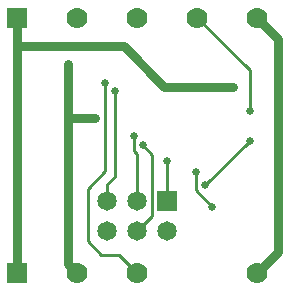
<source format=gbl>
%FSAX24Y24*%
%MOIN*%
G70*
G01*
G75*
%ADD10C,0.0070*%
%ADD11R,0.0197X0.0630*%
%ADD12R,0.0630X0.0197*%
%ADD13R,0.0600X0.0500*%
%ADD14R,0.0689X0.0256*%
%ADD15R,0.0512X0.0630*%
%ADD16C,0.0100*%
%ADD17C,0.0150*%
%ADD18C,0.0300*%
%ADD19C,0.0650*%
%ADD20R,0.0650X0.0650*%
%ADD21C,0.0700*%
%ADD22R,0.0700X0.0700*%
%ADD23C,0.0250*%
D16*
X018200Y020460D02*
X019949Y018711D01*
Y017360D02*
Y018711D01*
X014550Y013010D02*
X015000Y012560D01*
X015600D01*
X014550Y013010D02*
Y014760D01*
X015128Y015338D01*
X015600Y012560D02*
X016200Y011960D01*
X015128Y015338D02*
Y018282D01*
X015443Y015153D02*
Y018017D01*
X015200Y014910D02*
X015443Y015153D01*
X015200Y014360D02*
Y014910D01*
X016200Y013360D02*
X016700Y013860D01*
Y015885D01*
X016387Y016197D02*
X016700Y015885D01*
X016100Y016010D02*
Y016510D01*
Y016010D02*
X016200Y015910D01*
Y014360D02*
Y015910D01*
X017200Y014360D02*
Y015685D01*
X018150Y014710D02*
Y015310D01*
Y014710D02*
X018700Y014160D01*
X018468Y014878D02*
X019950Y016360D01*
D18*
X013897Y012263D02*
Y018908D01*
X012200Y011960D02*
Y020460D01*
Y019510D02*
X015750D01*
X017100Y018160D02*
X019400D01*
X015750Y019510D02*
X017100Y018160D01*
X013897Y012263D02*
X014200Y011960D01*
X013900Y017110D02*
X014800D01*
X020200Y011960D02*
X020900Y012660D01*
Y019760D01*
X020200Y020460D02*
X020900Y019760D01*
D19*
X015200Y013360D02*
D03*
Y014360D02*
D03*
X016200Y013360D02*
D03*
Y014360D02*
D03*
X017200Y013360D02*
D03*
D20*
Y014360D02*
D03*
D21*
X016200Y020460D02*
D03*
X018200D02*
D03*
X020200D02*
D03*
Y011960D02*
D03*
X016200D02*
D03*
X014200D02*
D03*
Y020460D02*
D03*
D22*
X012200Y011960D02*
D03*
Y020460D02*
D03*
D23*
X018468Y014878D02*
D03*
X019400Y018160D02*
D03*
X013897Y018908D02*
D03*
X013903Y013012D02*
D03*
X014800Y017110D02*
D03*
X015443Y018017D02*
D03*
X015128Y018282D02*
D03*
X016100Y016510D02*
D03*
X018150Y015310D02*
D03*
X019950Y016360D02*
D03*
X019949Y017360D02*
D03*
X016387Y016197D02*
D03*
X018700Y014160D02*
D03*
X017200Y015685D02*
D03*
M02*

</source>
